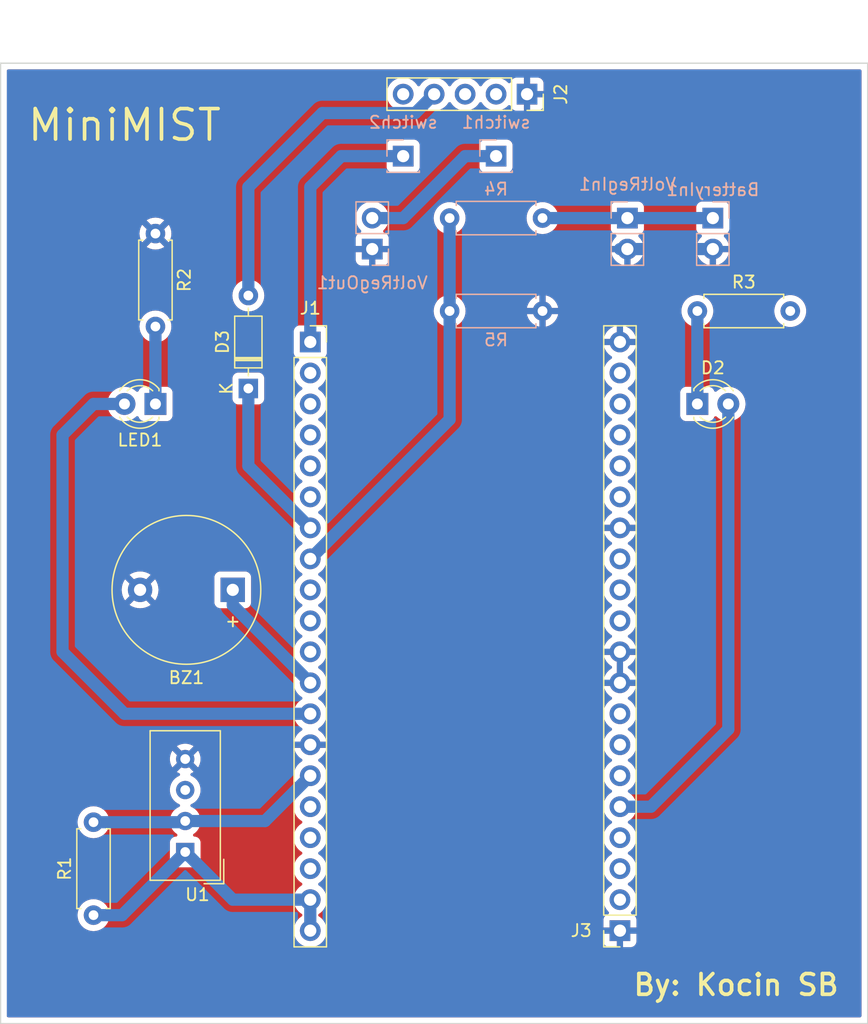
<source format=kicad_pcb>
(kicad_pcb (version 20211014) (generator pcbnew)
  (layers (0 "F.Cu" signal) (31 "B.Cu" signal) (34 "B.Paste" user) (35 "F.Paste" user) (36 "B.SilkS" user "B.Silkscreen") (37 "F.SilkS" user "F.Silkscreen") (38 "B.Mask" user) (39 "F.Mask" user) (44 "Edge.Cuts" user))
  (net 0 "")
  (net 1 "/Buzzer")
  (net 2 "GND")
  (net 3 "/3.3V")
  (net 6 "/Solar")
  (net 7 "/DHT11_IN")
  (net 8 "/Battery")
  (net 12 "VCC")
  (net 16 "Net-(D2-Pad2)")
  (net 21 "Net-(D2-Pad1)")
  (net 22 "0")
  (net 26 "/Battery_Vin")
  (net 41 "Net-(D3-Pad1)")
  (net 42 "Net-(LED1-Pad1)")
  (net 43 "Net-(J1-Pad13)")
  (net 44 "/Vout")
  (footprint "LED_THT:LED_D3.0mm" (layer "F.Cu") (at 152.4 71.12 180)
    (fp_text reference "LED1" (at 1.27 -2.96) (layer "F.SilkS"))
    (fp_text value "LED")
    (fp_line (start -0.29 -1.236) (end -0.29 -1.08) (layer "F.SilkS") (width 0.12))
    (fp_line (start -0.29 1.08) (end -0.29 1.236) (layer "F.SilkS") (width 0.12))
    (fp_arc (start 2.31113 1.079837) (mid 1.270117 1.5) (end 0.229039 1.08) (layer "F.SilkS") (width 0.12))
    (fp_arc (start 0.229039 -1.08) (mid 1.270117 -1.5) (end 2.31113 -1.079837) (layer "F.SilkS") (width 0.12))
    (fp_arc (start 2.942335 1.078608) (mid 1.366487 1.987659) (end -0.29 1.235516) (layer "F.SilkS") (width 0.12))
    (fp_arc (start -0.29 -1.235516) (mid 1.366487 -1.987659) (end 2.942335 -1.078608) (layer "F.SilkS") (width 0.12))
    (pad "1" thru_hole rect (at 0 0 180) (size 1.8 1.8) (drill 0.9) (layers *.Cu *.Mask) (net 42 "Net-(LED1-Pad1)"))
    (pad "2" thru_hole circle (at 2.54 0 180) (size 1.8 1.8) (drill 0.9) (layers *.Cu *.Mask) (net 43 "Net-(J1-Pad13)"))
  )
  (footprint "LED_THT:LED_D3.0mm" (layer "F.Cu") (at 196.85 71.12)
    (fp_text reference "D2" (at 1.27 -2.96) (layer "F.SilkS"))
    (fp_text value "LED")
    (fp_line (start -0.29 -1.236) (end -0.29 -1.08) (layer "F.SilkS") (width 0.12))
    (fp_line (start -0.29 1.08) (end -0.29 1.236) (layer "F.SilkS") (width 0.12))
    (fp_arc (start 2.31113 1.079837) (mid 1.270117 1.5) (end 0.229039 1.08) (layer "F.SilkS") (width 0.12))
    (fp_arc (start 0.229039 -1.08) (mid 1.270117 -1.5) (end 2.31113 -1.079837) (layer "F.SilkS") (width 0.12))
    (fp_arc (start 2.942335 1.078608) (mid 1.366487 1.987659) (end -0.29 1.235516) (layer "F.SilkS") (width 0.12))
    (fp_arc (start -0.29 -1.235516) (mid 1.366487 -1.987659) (end 2.942335 -1.078608) (layer "F.SilkS") (width 0.12))
    (pad "1" thru_hole rect (at 0 0) (size 1.8 1.8) (drill 0.9) (layers *.Cu *.Mask) (net 21 "Net-(D2-Pad1)"))
    (pad "2" thru_hole circle (at 2.54 0) (size 1.8 1.8) (drill 0.9) (layers *.Cu *.Mask) (net 16 "Net-(D2-Pad2)"))
  )
  (footprint "Resistor_THT:R_Axial_DIN0207_L6.3mm_D2.5mm_P7.62mm_Horizontal" (layer "F.Cu") (at 196.85 63.5)
    (fp_text reference "R3" (at 3.81 -2.37) (layer "F.SilkS"))
    (fp_text value "4700")
    (fp_line (start 0.54 1.37) (end 7.08 1.37) (layer "F.SilkS") (width 0.12))
    (fp_line (start 7.08 -1.37) (end 7.08 -1.04) (layer "F.SilkS") (width 0.12))
    (fp_line (start 0.54 1.04) (end 0.54 1.37) (layer "F.SilkS") (width 0.12))
    (fp_line (start 0.54 -1.04) (end 0.54 -1.37) (layer "F.SilkS") (width 0.12))
    (fp_line (start 7.08 1.37) (end 7.08 1.04) (layer "F.SilkS") (width 0.12))
    (fp_line (start 0.54 -1.37) (end 7.08 -1.37) (layer "F.SilkS") (width 0.12))
    (pad "1" thru_hole circle (at 0 0) (size 1.6 1.6) (drill 0.8) (layers *.Cu *.Mask) (net 21 "Net-(D2-Pad1)"))
    (pad "2" thru_hole oval (at 7.62 0) (size 1.6 1.6) (drill 0.8) (layers *.Cu *.Mask) (net 22 "0"))
  )
  (footprint "Connector_PinSocket_2.54mm:PinSocket_1x20_P2.54mm_Vertical" (layer "F.Cu") (at 190.5 114.3 180)
    (fp_text reference "J3" (at 3.175 0) (layer "F.SilkS"))
    (fp_text value "Conn_01x20_Female" hide)
    (fp_line (start 1.33 1.27) (end 1.33 49.59) (layer "F.SilkS") (width 0.12))
    (fp_line (start -1.33 1.27) (end 1.33 1.27) (layer "F.SilkS") (width 0.12))
    (fp_line (start -1.33 49.59) (end 1.33 49.59) (layer "F.SilkS") (width 0.12))
    (fp_line (start 1.33 -1.33) (end 1.33 0) (layer "F.SilkS") (width 0.12))
    (fp_line (start -1.33 1.27) (end -1.33 49.59) (layer "F.SilkS") (width 0.12))
    (fp_line (start 0 -1.33) (end 1.33 -1.33) (layer "F.SilkS") (width 0.12))
    (pad "1" thru_hole rect (at 0 0 180) (size 1.7 1.7) (drill 1) (layers *.Cu *.Mask) (net 2 "GND"))
    (pad "2" thru_hole oval (at 0 2.54 180) (size 1.7 1.7) (drill 1) (layers *.Cu *.Mask))
    (pad "3" thru_hole oval (at 0 5.08 180) (size 1.7 1.7) (drill 1) (layers *.Cu *.Mask))
    (pad "4" thru_hole oval (at 0 7.62 180) (size 1.7 1.7) (drill 1) (layers *.Cu *.Mask))
    (pad "5" thru_hole oval (at 0 10.16 180) (size 1.7 1.7) (drill 1) (layers *.Cu *.Mask) (net 16 "Net-(D2-Pad2)"))
    (pad "6" thru_hole oval (at 0 12.7 180) (size 1.7 1.7) (drill 1) (layers *.Cu *.Mask))
    (pad "7" thru_hole oval (at 0 15.24 180) (size 1.7 1.7) (drill 1) (layers *.Cu *.Mask))
    (pad "8" thru_hole oval (at 0 17.78 180) (size 1.7 1.7) (drill 1) (layers *.Cu *.Mask))
    (pad "9" thru_hole oval (at 0 20.32 180) (size 1.7 1.7) (drill 1) (layers *.Cu *.Mask) (net 2 "GND"))
    (pad "10" thru_hole oval (at 0 22.86 180) (size 1.7 1.7) (drill 1) (layers *.Cu *.Mask) (net 2 "GND"))
    (pad "11" thru_hole oval (at 0 25.4 180) (size 1.7 1.7) (drill 1) (layers *.Cu *.Mask))
    (pad "12" thru_hole oval (at 0 27.94 180) (size 1.7 1.7) (drill 1) (layers *.Cu *.Mask))
    (pad "13" thru_hole oval (at 0 30.48 180) (size 1.7 1.7) (drill 1) (layers *.Cu *.Mask))
    (pad "14" thru_hole oval (at 0 33.02 180) (size 1.7 1.7) (drill 1) (layers *.Cu *.Mask) (net 2 "GND"))
    (pad "15" thru_hole oval (at 0 35.56 180) (size 1.7 1.7) (drill 1) (layers *.Cu *.Mask))
    (pad "16" thru_hole oval (at 0 38.1 180) (size 1.7 1.7) (drill 1) (layers *.Cu *.Mask))
    (pad "17" thru_hole oval (at 0 40.64 180) (size 1.7 1.7) (drill 1) (layers *.Cu *.Mask))
    (pad "18" thru_hole oval (at 0 43.18 180) (size 1.7 1.7) (drill 1) (layers *.Cu *.Mask))
    (pad "19" thru_hole oval (at 0 45.72 180) (size 1.7 1.7) (drill 1) (layers *.Cu *.Mask))
    (pad "20" thru_hole oval (at 0 48.26 180) (size 1.7 1.7) (drill 1) (layers *.Cu *.Mask) (net 2 "GND"))
  )
  (footprint "Resistor_THT:R_Axial_DIN0207_L6.3mm_D2.5mm_P7.62mm_Horizontal" (layer "F.Cu") (at 152.4 57.15 -90)
    (fp_text reference "R2" (at 3.81 -2.37 90) (layer "F.SilkS"))
    (fp_text value "4700")
    (fp_line (start 0.54 1.37) (end 7.08 1.37) (layer "F.SilkS") (width 0.12))
    (fp_line (start 0.54 1.04) (end 0.54 1.37) (layer "F.SilkS") (width 0.12))
    (fp_line (start 0.54 -1.37) (end 7.08 -1.37) (layer "F.SilkS") (width 0.12))
    (fp_line (start 0.54 -1.04) (end 0.54 -1.37) (layer "F.SilkS") (width 0.12))
    (fp_line (start 7.08 1.37) (end 7.08 1.04) (layer "F.SilkS") (width 0.12))
    (fp_line (start 7.08 -1.37) (end 7.08 -1.04) (layer "F.SilkS") (width 0.12))
    (pad "1" thru_hole circle (at 0 0 270) (size 1.6 1.6) (drill 0.8) (layers *.Cu *.Mask) (net 2 "GND"))
    (pad "2" thru_hole oval (at 7.62 0 270) (size 1.6 1.6) (drill 0.8) (layers *.Cu *.Mask) (net 42 "Net-(LED1-Pad1)"))
  )
  (footprint "Resistor_THT:R_Axial_DIN0207_L6.3mm_D2.5mm_P7.62mm_Horizontal" (layer "F.Cu") (at 147.32 113.03 90)
    (fp_text reference "R1" (at 3.81 -2.37 90) (layer "F.SilkS"))
    (fp_text value "4700")
    (fp_line (start 0.54 1.04) (end 0.54 1.37) (layer "F.SilkS") (width 0.12))
    (fp_line (start 0.54 -1.37) (end 7.08 -1.37) (layer "F.SilkS") (width 0.12))
    (fp_line (start 7.08 1.37) (end 7.08 1.04) (layer "F.SilkS") (width 0.12))
    (fp_line (start 0.54 1.37) (end 7.08 1.37) (layer "F.SilkS") (width 0.12))
    (fp_line (start 0.54 -1.04) (end 0.54 -1.37) (layer "F.SilkS") (width 0.12))
    (fp_line (start 7.08 -1.37) (end 7.08 -1.04) (layer "F.SilkS") (width 0.12))
    (pad "1" thru_hole circle (at 0 0 90) (size 1.6 1.6) (drill 0.8) (layers *.Cu *.Mask) (net 12 "VCC"))
    (pad "2" thru_hole oval (at 7.62 0 90) (size 1.6 1.6) (drill 0.8) (layers *.Cu *.Mask) (net 7 "/DHT11_IN"))
  )
  (footprint "Sensor:Aosong_DHT11_5.5x12.0_P2.54mm" (layer "F.Cu") (at 154.8425 107.8525 180)
    (fp_text reference "U1" (at -1 -3.5) (layer "F.SilkS"))
    (fp_text value "DHT11")
    (fp_line (start -3.16 -2.6) (end -3.16 -0.6) (layer "F.SilkS") (width 0.12))
    (fp_line (start 2.88 -2.32) (end 2.88 9.94) (layer "F.SilkS") (width 0.12))
    (fp_line (start 2.88 9.94) (end -2.88 9.94) (layer "F.SilkS") (width 0.12))
    (fp_line (start -3.16 -2.6) (end -1.55 -2.6) (layer "F.SilkS") (width 0.12))
    (fp_line (start -2.88 9.94) (end -2.88 -2.31) (layer "F.SilkS") (width 0.12))
    (fp_line (start -2.87 -2.32) (end 2.87 -2.32) (layer "F.SilkS") (width 0.12))
    (pad "1" thru_hole rect (at 0 0 180) (size 1.5 1.5) (drill 0.8) (layers *.Cu *.Mask) (net 12 "VCC"))
    (pad "2" thru_hole circle (at 0 2.54 180) (size 1.5 1.5) (drill 0.8) (layers *.Cu *.Mask) (net 7 "/DHT11_IN"))
    (pad "3" thru_hole circle (at 0 5.08 180) (size 1.5 1.5) (drill 0.8) (layers *.Cu *.Mask))
    (pad "4" thru_hole circle (at 0 7.62 180) (size 1.5 1.5) (drill 0.8) (layers *.Cu *.Mask) (net 2 "GND"))
  )
  (footprint "Diode_THT:D_DO-35_SOD27_P7.62mm_Horizontal" (layer "F.Cu") (at 160.02 69.85 90)
    (fp_text reference "D3" (at 3.81 -2.12 90) (layer "F.SilkS"))
    (fp_text value "1N4148")
    (fp_text user "K" (at 0 -1.8 90) (layer "F.SilkS"))
    (fp_line (start 2.29 -1.12) (end 2.29 1.12) (layer "F.SilkS") (width 0.12))
    (fp_line (start 2.53 -1.12) (end 2.53 1.12) (layer "F.SilkS") (width 0.12))
    (fp_line (start 5.93 1.12) (end 5.93 -1.12) (layer "F.SilkS") (width 0.12))
    (fp_line (start 6.58 0) (end 5.93 0) (layer "F.SilkS") (width 0.12))
    (fp_line (start 2.41 -1.12) (end 2.41 1.12) (layer "F.SilkS") (width 0.12))
    (fp_line (start 1.69 1.12) (end 5.93 1.12) (layer "F.SilkS") (width 0.12))
    (fp_line (start 1.69 -1.12) (end 1.69 1.12) (layer "F.SilkS") (width 0.12))
    (fp_line (start 5.93 -1.12) (end 1.69 -1.12) (layer "F.SilkS") (width 0.12))
    (fp_line (start 1.04 0) (end 1.69 0) (layer "F.SilkS") (width 0.12))
    (pad "1" thru_hole rect (at 0 0 90) (size 1.6 1.6) (drill 0.8) (layers *.Cu *.Mask) (net 41 "Net-(D3-Pad1)"))
    (pad "2" thru_hole oval (at 7.62 0 90) (size 1.6 1.6) (drill 0.8) (layers *.Cu *.Mask) (net 6 "/Solar"))
  )
  (footprint "Buzzer_Beeper:Buzzer_12x9.5RM7.6" (layer "F.Cu") (at 158.74 86.36 180)
    (fp_text reference "BZ1" (at 3.8 -7.2 180) (layer "F.SilkS"))
    (fp_text value "Buzzer")
    (fp_text user "+" (at -0.01 -2.54 180) (layer "F.SilkS"))
    (fp_circle (center 3.8 0) (end 9.9 0) (layer "F.SilkS") (width 0.12) (fill none))
    (pad "1" thru_hole rect (at 0 0 180) (size 2 2) (drill 1) (layers *.Cu *.Mask) (net 1 "/Buzzer"))
    (pad "2" thru_hole circle (at 7.6 0 180) (size 2 2) (drill 1) (layers *.Cu *.Mask) (net 2 "GND"))
  )
  (footprint "Connector_PinSocket_2.54mm:PinSocket_1x05_P2.54mm_Vertical" (layer "F.Cu") (at 182.88 45.72 -90)
    (fp_text reference "J2" (at 0 -2.77 90) (layer "F.SilkS"))
    (fp_text value "Conn_01x05_Female")
    (fp_line (start 0 -1.33) (end 1.33 -1.33) (layer "F.SilkS") (width 0.12))
    (fp_line (start -1.33 11.49) (end 1.33 11.49) (layer "F.SilkS") (width 0.12))
    (fp_line (start 1.33 -1.33) (end 1.33 0) (layer "F.SilkS") (width 0.12))
    (fp_line (start -1.33 1.27) (end -1.33 11.49) (layer "F.SilkS") (width 0.12))
    (fp_line (start -1.33 1.27) (end 1.33 1.27) (layer "F.SilkS") (width 0.12))
    (fp_line (start 1.33 1.27) (end 1.33 11.49) (layer "F.SilkS") (width 0.12))
    (pad "1" thru_hole rect (at 0 0 270) (size 1.7 1.7) (drill 1) (layers *.Cu *.Mask) (net 2 "GND"))
    (pad "2" thru_hole oval (at 0 2.54 270) (size 1.7 1.7) (drill 1) (layers *.Cu *.Mask))
    (pad "3" thru_hole oval (at 0 5.08 270) (size 1.7 1.7) (drill 1) (layers *.Cu *.Mask))
    (pad "4" thru_hole oval (at 0 7.62 270) (size 1.7 1.7) (drill 1) (layers *.Cu *.Mask) (net 6 "/Solar"))
    (pad "5" thru_hole oval (at 0 10.16 270) (size 1.7 1.7) (drill 1) (layers *.Cu *.Mask))
  )
  (footprint "Connector_PinSocket_2.54mm:PinSocket_1x20_P2.54mm_Vertical" (layer "F.Cu") (at 165.1 66.04)
    (fp_text reference "J1" (at 0 -2.77) (layer "F.SilkS"))
    (fp_text value "Conn_01x20_Female")
    (fp_line (start 1.33 1.27) (end 1.33 49.59) (layer "F.SilkS") (width 0.12))
    (fp_line (start -1.33 49.59) (end 1.33 49.59) (layer "F.SilkS") (width 0.12))
    (fp_line (start -1.33 1.27) (end 1.33 1.27) (layer "F.SilkS") (width 0.12))
    (fp_line (start -1.33 1.27) (end -1.33 49.59) (layer "F.SilkS") (width 0.12))
    (fp_line (start 0 -1.33) (end 1.33 -1.33) (layer "F.SilkS") (width 0.12))
    (fp_line (start 1.33 -1.33) (end 1.33 0) (layer "F.SilkS") (width 0.12))
    (pad "1" thru_hole rect (at 0 0) (size 1.7 1.7) (drill 1) (layers *.Cu *.Mask) (net 3 "/3.3V"))
    (pad "2" thru_hole oval (at 0 2.54) (size 1.7 1.7) (drill 1) (layers *.Cu *.Mask))
    (pad "3" thru_hole oval (at 0 5.08) (size 1.7 1.7) (drill 1) (layers *.Cu *.Mask))
    (pad "4" thru_hole oval (at 0 7.62) (size 1.7 1.7) (drill 1) (layers *.Cu *.Mask))
    (pad "5" thru_hole oval (at 0 10.16) (size 1.7 1.7) (drill 1) (layers *.Cu *.Mask))
    (pad "6" thru_hole oval (at 0 12.7) (size 1.7 1.7) (drill 1) (layers *.Cu *.Mask))
    (pad "7" thru_hole oval (at 0 15.24) (size 1.7 1.7) (drill 1) (layers *.Cu *.Mask) (net 41 "Net-(D3-Pad1)"))
    (pad "8" thru_hole oval (at 0 17.78) (size 1.7 1.7) (drill 1) (layers *.Cu *.Mask) (net 8 "/Battery"))
    (pad "9" thru_hole oval (at 0 20.32) (size 1.7 1.7) (drill 1) (layers *.Cu *.Mask))
    (pad "10" thru_hole oval (at 0 22.86) (size 1.7 1.7) (drill 1) (layers *.Cu *.Mask))
    (pad "11" thru_hole oval (at 0 25.4) (size 1.7 1.7) (drill 1) (layers *.Cu *.Mask))
    (pad "12" thru_hole oval (at 0 27.94) (size 1.7 1.7) (drill 1) (layers *.Cu *.Mask) (net 1 "/Buzzer"))
    (pad "13" thru_hole oval (at 0 30.48) (size 1.7 1.7) (drill 1) (layers *.Cu *.Mask) (net 43 "Net-(J1-Pad13)"))
    (pad "14" thru_hole oval (at 0 33.02) (size 1.7 1.7) (drill 1) (layers *.Cu *.Mask) (net 2 "GND"))
    (pad "15" thru_hole oval (at 0 35.56) (size 1.7 1.7) (drill 1) (layers *.Cu *.Mask) (net 7 "/DHT11_IN"))
    (pad "16" thru_hole oval (at 0 38.1) (size 1.7 1.7) (drill 1) (layers *.Cu *.Mask))
    (pad "17" thru_hole oval (at 0 40.64) (size 1.7 1.7) (drill 1) (layers *.Cu *.Mask))
    (pad "18" thru_hole oval (at 0 43.18) (size 1.7 1.7) (drill 1) (layers *.Cu *.Mask))
    (pad "19" thru_hole oval (at 0 45.72) (size 1.7 1.7) (drill 1) (layers *.Cu *.Mask) (net 12 "VCC"))
    (pad "20" thru_hole oval (at 0 48.26) (size 1.7 1.7) (drill 1) (layers *.Cu *.Mask) (net 12 "VCC"))
  )
  (footprint "Resistor_THT:R_Axial_DIN0207_L6.3mm_D2.5mm_P7.62mm_Horizontal" (layer "B.Cu") (at 184.15 55.88 180)
    (fp_text reference "R4" (at 3.81 2.37) (layer "B.SilkS") (effects (justify mirror)))
    (fp_text value "4700")
    (fp_line (start 0.54 -1.37) (end 7.08 -1.37) (layer "B.SilkS") (width 0.12))
    (fp_line (start 7.08 -1.37) (end 7.08 -1.04) (layer "B.SilkS") (width 0.12))
    (fp_line (start 0.54 1.37) (end 7.08 1.37) (layer "B.SilkS") (width 0.12))
    (fp_line (start 0.54 -1.04) (end 0.54 -1.37) (layer "B.SilkS") (width 0.12))
    (fp_line (start 7.08 1.37) (end 7.08 1.04) (layer "B.SilkS") (width 0.12))
    (fp_line (start 0.54 1.04) (end 0.54 1.37) (layer "B.SilkS") (width 0.12))
    (pad "1" thru_hole circle (at 0 0 180) (size 1.6 1.6) (drill 0.8) (layers *.Cu *.Mask) (net 26 "/Battery_Vin"))
    (pad "2" thru_hole oval (at 7.62 0 180) (size 1.6 1.6) (drill 0.8) (layers *.Cu *.Mask) (net 8 "/Battery"))
  )
  (footprint "Connector_PinSocket_2.54mm:PinSocket_1x02_P2.54mm_Vertical" (layer "B.Cu") (at 191.11 55.88 180)
    (fp_text reference "VoltRegIn1" (at 0 2.77) (layer "B.SilkS") (effects (justify mirror)))
    (fp_text value "Conn_01x02_Female")
    (fp_line (start 0 1.33) (end 1.33 1.33) (layer "B.SilkS") (width 0.12))
    (fp_line (start 1.33 1.33) (end 1.33 0) (layer "B.SilkS") (width 0.12))
    (fp_line (start 1.33 -1.27) (end 1.33 -3.87) (layer "B.SilkS") (width 0.12))
    (fp_line (start -1.33 -1.27) (end 1.33 -1.27) (layer "B.SilkS") (width 0.12))
    (fp_line (start -1.33 -1.27) (end -1.33 -3.87) (layer "B.SilkS") (width 0.12))
    (fp_line (start -1.33 -3.87) (end 1.33 -3.87) (layer "B.SilkS") (width 0.12))
    (pad "1" thru_hole rect (at 0 0 180) (size 1.7 1.7) (drill 1) (layers *.Cu *.Mask) (net 26 "/Battery_Vin"))
    (pad "2" thru_hole oval (at 0 -2.54 180) (size 1.7 1.7) (drill 1) (layers *.Cu *.Mask) (net 2 "GND"))
  )
  (footprint "Connector_PinHeader_2.54mm:PinHeader_1x02_P2.54mm_Vertical" (layer "B.Cu") (at 198.12 55.88 180)
    (fp_text reference "BatteryIn1" (at 0 2.33) (layer "B.SilkS") (effects (justify mirror)))
    (fp_text value "Conn_01x02_Male")
    (fp_line (start -1.33 0) (end -1.33 1.33) (layer "B.SilkS") (width 0.12))
    (fp_line (start -1.33 -1.27) (end -1.33 -3.87) (layer "B.SilkS") (width 0.12))
    (fp_line (start -1.33 1.33) (end 0 1.33) (layer "B.SilkS") (width 0.12))
    (fp_line (start 1.33 -1.27) (end 1.33 -3.87) (layer "B.SilkS") (width 0.12))
    (fp_line (start -1.33 -1.27) (end 1.33 -1.27) (layer "B.SilkS") (width 0.12))
    (fp_line (start -1.33 -3.87) (end 1.33 -3.87) (layer "B.SilkS") (width 0.12))
    (pad "1" thru_hole rect (at 0 0 180) (size 1.7 1.7) (drill 1) (layers *.Cu *.Mask) (net 26 "/Battery_Vin"))
    (pad "2" thru_hole oval (at 0 -2.54 180) (size 1.7 1.7) (drill 1) (layers *.Cu *.Mask) (net 2 "GND"))
  )
  (footprint "Connector_PinSocket_2.54mm:PinSocket_1x01_P2.54mm_Vertical" (layer "B.Cu") (at 172.72 50.8 180)
    (fp_text reference "switch2" (at 0 2.77) (layer "B.SilkS") (effects (justify mirror)))
    (fp_text value "Conn_01x01_Female")
    (fp_line (start -1.33 -1.21) (end -1.33 -1.33) (layer "B.SilkS") (width 0.12))
    (fp_line (start 1.33 -1.21) (end 1.33 -1.33) (layer "B.SilkS") (width 0.12))
    (fp_line (start 1.33 1.33) (end 1.33 0) (layer "B.SilkS") (width 0.12))
    (fp_line (start -1.33 -1.33) (end 1.33 -1.33) (layer "B.SilkS") (width 0.12))
    (fp_line (start 0 1.33) (end 1.33 1.33) (layer "B.SilkS") (width 0.12))
    (pad "1" thru_hole rect (at 0 0 180) (size 1.7 1.7) (drill 1) (layers *.Cu *.Mask) (net 3 "/3.3V"))
  )
  (footprint "Resistor_THT:R_Axial_DIN0207_L6.3mm_D2.5mm_P7.62mm_Horizontal" (layer "B.Cu") (at 176.53 63.5)
    (fp_text reference "R5" (at 3.81 2.37) (layer "B.SilkS") (effects (justify mirror)))
    (fp_text value "4700")
    (fp_line (start 0.54 -1.37) (end 7.08 -1.37) (layer "B.SilkS") (width 0.12))
    (fp_line (start 0.54 1.37) (end 7.08 1.37) (layer "B.SilkS") (width 0.12))
    (fp_line (start 0.54 -1.04) (end 0.54 -1.37) (layer "B.SilkS") (width 0.12))
    (fp_line (start 7.08 1.37) (end 7.08 1.04) (layer "B.SilkS") (width 0.12))
    (fp_line (start 7.08 -1.37) (end 7.08 -1.04) (layer "B.SilkS") (width 0.12))
    (fp_line (start 0.54 1.04) (end 0.54 1.37) (layer "B.SilkS") (width 0.12))
    (pad "1" thru_hole circle (at 0 0) (size 1.6 1.6) (drill 0.8) (layers *.Cu *.Mask) (net 8 "/Battery"))
    (pad "2" thru_hole oval (at 7.62 0) (size 1.6 1.6) (drill 0.8) (layers *.Cu *.Mask) (net 2 "GND"))
  )
  (footprint "Connector_PinSocket_2.54mm:PinSocket_1x01_P2.54mm_Vertical" (layer "B.Cu") (at 180.34 50.8 180)
    (fp_text reference "switch1" (at 0 2.77) (layer "B.SilkS") (effects (justify mirror)))
    (fp_text value "Conn_01x01_Female")
    (fp_line (start -1.33 -1.21) (end -1.33 -1.33) (layer "B.SilkS") (width 0.12))
    (fp_line (start 0 1.33) (end 1.33 1.33) (layer "B.SilkS") (width 0.12))
    (fp_line (start -1.33 -1.33) (end 1.33 -1.33) (layer "B.SilkS") (width 0.12))
    (fp_line (start 1.33 -1.21) (end 1.33 -1.33) (layer "B.SilkS") (width 0.12))
    (fp_line (start 1.33 1.33) (end 1.33 0) (layer "B.SilkS") (width 0.12))
    (pad "1" thru_hole rect (at 0 0 180) (size 1.7 1.7) (drill 1) (layers *.Cu *.Mask) (net 44 "/Vout"))
  )
  (footprint "Connector_PinSocket_2.54mm:PinSocket_1x02_P2.54mm_Vertical" (layer "B.Cu") (at 170.18 58.42)
    (fp_text reference "VoltRegOut1" (at 0 2.77) (layer "B.SilkS") (effects (justify mirror)))
    (fp_text value "Conn_01x02_Female")
    (fp_line (start -1.33 -1.27) (end -1.33 -3.87) (layer "B.SilkS") (width 0.12))
    (fp_line (start -1.33 -3.87) (end 1.33 -3.87) (layer "B.SilkS") (width 0.12))
    (fp_line (start -1.33 -1.27) (end 1.33 -1.27) (layer "B.SilkS") (width 0.12))
    (fp_line (start 1.33 1.33) (end 1.33 0) (layer "B.SilkS") (width 0.12))
    (fp_line (start 1.33 -1.27) (end 1.33 -3.87) (layer "B.SilkS") (width 0.12))
    (fp_line (start 0 1.33) (end 1.33 1.33) (layer "B.SilkS") (width 0.12))
    (pad "1" thru_hole rect (at 0 0) (size 1.7 1.7) (drill 1) (layers *.Cu *.Mask) (net 2 "GND"))
    (pad "2" thru_hole oval (at 0 -2.54) (size 1.7 1.7) (drill 1) (layers *.Cu *.Mask) (net 44 "/Vout"))
  )
  (gr_line (start 210.82 121.92) (end 139.7 121.92) (layer "Edge.Cuts") (width 0.1))
  (gr_line (start 139.7 121.92) (end 139.7 43.18) (layer "Edge.Cuts") (width 0.1))
  (gr_line (start 210.82 43.18) (end 210.82 121.92) (layer "Edge.Cuts") (width 0.1))
  (gr_line (start 139.7 43.18) (end 210.82 43.18) (layer "Edge.Cuts") (width 0.1))
  (gr_text "By: Kocin SB" (at 200.025 118.745) (layer "F.SilkS") (effects (font (size 1.7 1.7) (thickness 0.3))))
  (gr_text "MiniMIST" (at 149.86 48.26) (layer "F.SilkS") (effects (font (size 2.5 2.5) (thickness 0.3))))
  (segment (start 165.1 93.98) (end 158.74 87.62) (width 1) (layer "B.Cu") (net 1))
  (segment (start 158.74 87.62) (end 158.74 86.36) (width 1) (layer "B.Cu") (net 1))
  (segment (start 190.5 58.42) (end 198.12 58.42) (width 1) (layer "B.Cu") (net 2))
  (segment (start 165.1 53.34) (end 167.64 50.8) (width 1) (layer "B.Cu") (net 3))
  (segment (start 165.1 66.04) (end 165.1 53.34) (width 1) (layer "B.Cu") (net 3))
  (segment (start 172.72 50.8) (end 167.64 50.8) (width 1) (layer "B.Cu") (net 3))
  (segment (start 160.02 53.34) (end 166.090489 47.269511) (width 1) (layer "B.Cu") (net 6))
  (segment (start 166.090489 47.269511) (end 173.710489 47.269511) (width 1) (layer "B.Cu") (net 6))
  (segment (start 160.02 62.23) (end 160.02 53.34) (width 1) (layer "B.Cu") (net 6))
  (segment (start 173.710489 47.269511) (end 175.26 45.72) (width 1) (layer "B.Cu") (net 6))
  (segment (start 165.1 101.6) (end 161.3875 105.3125) (width 1) (layer "B.Cu") (net 7))
  (segment (start 161.3875 105.3125) (end 154.8425 105.3125) (width 1) (layer "B.Cu") (net 7))
  (segment (start 147.32 105.41) (end 154.745 105.41) (width 1) (layer "B.Cu") (net 7))
  (segment (start 154.745 105.41) (end 154.8425 105.3125) (width 1) (layer "B.Cu") (net 7))
  (segment (start 176.53 72.39) (end 165.1 83.82) (width 1) (layer "B.Cu") (net 8))
  (segment (start 176.53 55.88) (end 176.53 63.5) (width 1) (layer "B.Cu") (net 8))
  (segment (start 176.53 63.5) (end 176.53 72.39) (width 1) (layer "B.Cu") (net 8))
  (segment (start 158.75 111.76) (end 154.8425 107.8525) (width 1) (layer "B.Cu") (net 12))
  (segment (start 149.665 113.03) (end 154.8425 107.8525) (width 1) (layer "B.Cu") (net 12))
  (segment (start 147.32 113.03) (end 149.665 113.03) (width 1) (layer "B.Cu") (net 12))
  (segment (start 165.1 111.76) (end 165.1 114.3) (width 1) (layer "B.Cu") (net 12))
  (segment (start 165.1 111.76) (end 158.75 111.76) (width 1) (layer "B.Cu") (net 12))
  (segment (start 199.39 97.79) (end 199.39 71.12) (width 1) (layer "B.Cu") (net 16))
  (segment (start 193.04 104.14) (end 199.39 97.79) (width 1) (layer "B.Cu") (net 16))
  (segment (start 190.5 104.14) (end 193.04 104.14) (width 1) (layer "B.Cu") (net 16))
  (segment (start 196.85 71.12) (end 196.85 63.5) (width 1) (layer "B.Cu") (net 21))
  (segment (start 184.15 55.88) (end 187.96 55.88) (width 1) (layer "B.Cu") (net 26))
  (segment (start 190.5 55.88) (end 187.96 55.88) (width 1) (layer "B.Cu") (net 26))
  (segment (start 198.12 55.88) (end 190.5 55.88) (width 1) (layer "B.Cu") (net 26))
  (segment (start 160.02 69.85) (end 160.02 76.2) (width 1) (layer "B.Cu") (net 41))
  (segment (start 165.1 81.28) (end 160.02 76.2) (width 1) (layer "B.Cu") (net 41))
  (segment (start 152.4 71.12) (end 152.4 64.77) (width 1) (layer "B.Cu") (net 42))
  (segment (start 149.86 96.52) (end 144.78 91.44) (width 1) (layer "B.Cu") (net 43))
  (segment (start 144.78 73.66) (end 147.32 71.12) (width 1) (layer "B.Cu") (net 43))
  (segment (start 165.1 96.52) (end 149.86 96.52) (width 1) (layer "B.Cu") (net 43))
  (segment (start 144.78 91.44) (end 144.78 73.66) (width 1) (layer "B.Cu") (net 43))
  (segment (start 147.32 71.12) (end 149.86 71.12) (width 1) (layer "B.Cu") (net 43))
  (segment (start 177.8 50.8) (end 180.34 50.8) (width 1) (layer "B.Cu") (net 44))
  (segment (start 172.72 55.88) (end 177.8 50.8) (width 1) (layer "B.Cu") (net 44))
  (segment (start 172.72 55.88) (end 170.18 55.88) (width 1) (layer "B.Cu") (net 44))
  (zone (net 2) (net_name "GND") (layers F&B.Cu) (connect_pads (clearance 0.508)) (min_thickness 0.254) (fill yes (thermal_gap 0.508) (thermal_bridge_width 0.508))
    (polygon (pts (xy 210.82 121.92) (xy 139.7 121.92) (xy 139.7 43.18) (xy 210.82 43.18)))
  )
)
</source>
